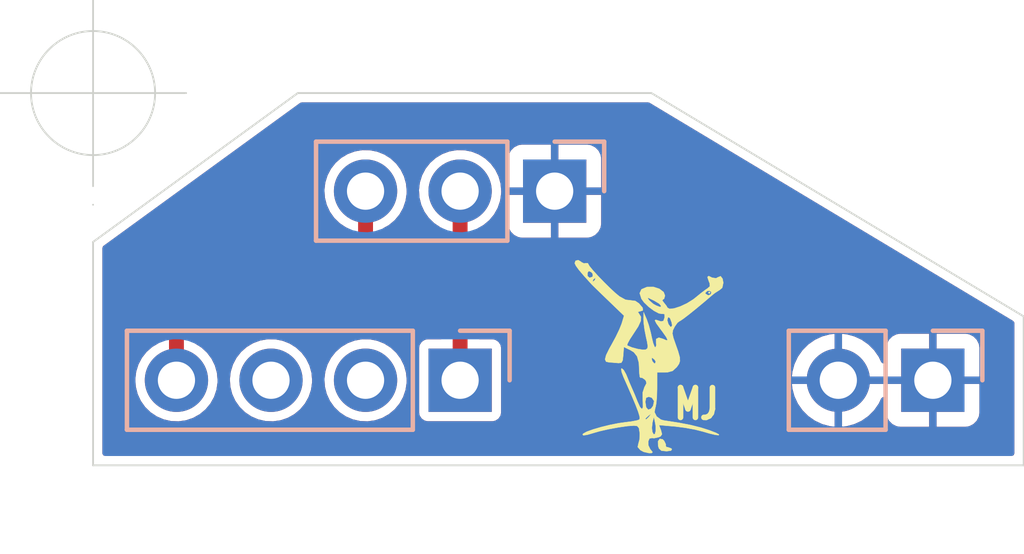
<source format=kicad_pcb>
(kicad_pcb (version 20240108) (generator "pcbnew") (generator_version "8.0")
  (title_block (title "87DC3_201 Bridge board") (date "2020-11-28") (rev "r0.1") (company "MaJo SS2k"))
  (layers (0 "F.Cu" signal) (31 "B.Cu" signal) (34 "B.Paste" user) (35 "F.Paste" user) (36 "B.SilkS" user "B.Silkscreen") (37 "F.SilkS" user "F.Silkscreen") (38 "B.Mask" user) (39 "F.Mask" user) (44 "Edge.Cuts" user))
  (net 0 "")
  (net 1 "Net-(J105-Pad4)")
  (net 2 "Net-(J105-Pad3)")
  (net 3 "Net-(J105-Pad2)")
  (net 4 "Net-(J105-Pad1)")
  (net 5 "/COM_2")
  (footprint "customlib_mj_fp:MJ_Mini" (layer "F.Cu") (at 139.94 57.08)
    (property "Reference" "Logo102" (hide yes))
    (property "Value" "Logo_MJ" (hide yes))
    (fp_poly (pts (xy 1.640417 -1.719791) (xy 1.613958 -1.693333) (xy 1.5875 -1.719791) (xy 1.613958 -1.74625) (xy 1.640417 -1.719791)) (stroke (width 0.01)) (fill solid) (layer "F.SilkS"))
    (fp_poly (pts (xy 0.358228 2.220801) (xy 0.402366 2.265417) (xy 0.444403 2.354216) (xy 0.441976 2.393896) (xy 0.460843 2.428988) (xy 0.496462 2.434167) (xy 0.587889 2.465216) (xy 0.608542 2.487084) (xy 0.586529 2.52339) (xy 0.479694 2.539716) (xy 0.458651 2.54) (xy 0.328396 2.526102) (xy 0.26411 2.468059) (xy 0.240793 2.399499) (xy 0.236977 2.27601) (xy 0.283692 2.210161) (xy 0.358228 2.220801)) (stroke (width 0.01)) (fill solid) (layer "F.SilkS"))
    (fp_poly (pts (xy -1.83067 -2.546882) (xy -1.823396 -2.536392) (xy -1.751111 -2.501575) (xy -1.714439 -2.508273) (xy -1.64951 -2.509288) (xy -1.640417 -2.490828) (xy -1.604809 -2.429501) (xy -1.510248 -2.315046) (xy -1.375125 -2.166573) (xy -1.21783 -2.003193) (xy -1.056756 -1.844017) (xy -0.910293 -1.708154) (xy -0.798289 -1.615773) (xy -0.635344 -1.526221) (xy -0.506729 -1.511844) (xy -0.373131 -1.494547) (xy -0.277295 -1.429235) (xy -0.179281 -1.315111) (xy -0.170274 -1.242174) (xy -0.248709 -1.217083) (xy -0.307083 -1.202755) (xy -0.275167 -1.153583) (xy -0.222147 -1.067715) (xy -0.22762 -0.959045) (xy -0.296587 -0.809186) (xy -0.420658 -0.618784) (xy -0.519413 -0.468021) (xy -0.581294 -0.353961) (xy -0.593605 -0.300175) (xy -0.592637 -0.29946) (xy -0.465307 -0.246387) (xy -0.30772 -0.203938) (xy -0.165569 -0.182373) (xy -0.093042 -0.187286) (xy -0.049543 -0.216842) (xy -0.037122 -0.277659) (xy -0.054982 -0.396234) (xy -0.083081 -0.519454) (xy -0.12336 -0.722511) (xy -0.14832 -0.915448) (xy -0.152549 -1.005416) (xy -0.150117 -1.190625) (xy -0.069444 -1.005416) (xy -0.013171 -0.844983) (xy 0.041985 -0.638517) (xy 0.067429 -0.518314) (xy 0.104437 -0.362157) (xy 0.143294 -0.264081) (xy 0.1698 -0.244955) (xy 0.194466 -0.311852) (xy 0.185208 -0.370416) (xy 0.185942 -0.472187) (xy 0.258003 -0.509003) (xy 0.373855 -0.47441) (xy 0.465719 -0.433668) (xy 0.494688 -0.447725) (xy 0.458802 -0.524072) (xy 0.3561 -0.6702) (xy 0.304819 -0.738151) (xy 0.194403 -0.89134) (xy 0.152737 -0.972712) (xy 0.17695 -0.988365) (xy 0.188929 -0.984348) (xy 0.318807 -0.942952) (xy 0.383347 -0.958472) (xy 0.388272 -0.9727) (xy 0.485436 -0.9727) (xy 0.51489 -0.873538) (xy 0.56622 -0.802192) (xy 0.589215 -0.79375) (xy 0.617472 -0.835927) (xy 0.605534 -0.912812) (xy 0.561731 -1.03068) (xy 0.523848 -1.061414) (xy 0.497877 -1.044682) (xy 0.485436 -0.9727) (xy 0.388272 -0.9727) (xy 0.411463 -1.039688) (xy 0.413504 -1.052552) (xy 0.412119 -1.14289) (xy 0.360236 -1.151155) (xy 0.353981 -1.148877) (xy 0.26232 -1.161285) (xy 0.129761 -1.231424) (xy -0.014184 -1.33801) (xy -0.140003 -1.45976) (xy -0.207993 -1.554177) (xy -0.21195 -1.566829) (xy -0.039739 -1.566829) (xy -0.001837 -1.510811) (xy 0.110327 -1.413494) (xy 0.183371 -1.373268) (xy 0.280838 -1.334995) (xy 0.314073 -1.333512) (xy 0.3175 -1.3673) (xy 0.3175 -1.367339) (xy 0.269453 -1.423277) (xy 0.134018 -1.504439) (xy -0.026458 -1.581178) (xy -0.039739 -1.566829) (xy -0.21195 -1.566829) (xy -0.254888 -1.704116) (xy -0.207216 -1.807472) (xy -0.06288 -1.868548) (xy -0.053725 -1.870442) (xy 0.115312 -1.871802) (xy 0.272819 -1.820879) (xy 0.386127 -1.733519) (xy 0.423333 -1.639058) (xy 0.399334 -1.553837) (xy 0.366637 -1.534583) (xy 0.351877 -1.505157) (xy 0.38837 -1.456153) (xy 0.463471 -1.3619) (xy 0.48798 -1.314184) (xy 0.548601 -1.28068) (xy 0.673511 -1.295086) (xy 0.837707 -1.348499) (xy 1.016189 -1.432013) (xy 1.183954 -1.536727) (xy 1.243109 -1.583104) (xy 1.387645 -1.701004) (xy 1.406206 -1.715003) (xy 1.507236 -1.715003) (xy 1.511552 -1.687788) (xy 1.58762 -1.641939) (xy 1.656617 -1.674256) (xy 1.672691 -1.73564) (xy 1.618778 -1.771825) (xy 1.559651 -1.764852) (xy 1.507236 -1.715003) (xy 1.406206 -1.715003) (xy 1.513757 -1.796116) (xy 1.565813 -1.830738) (xy 1.630834 -1.886723) (xy 1.627348 -1.964728) (xy 1.600826 -2.029175) (xy 1.565482 -2.137393) (xy 1.597621 -2.1646) (xy 1.691558 -2.118883) (xy 1.798313 -2.104018) (xy 1.838358 -2.127234) (xy 1.918262 -2.158851) (xy 1.969098 -2.092827) (xy 1.989507 -1.984393) (xy 1.961863 -1.850883) (xy 1.897391 -1.795095) (xy 1.766842 -1.711606) (xy 1.702557 -1.661414) (xy 1.475292 -1.467237) (xy 1.259197 -1.287804) (xy 1.069595 -1.135324) (xy 0.921811 -1.022007) (xy 0.83117 -0.960065) (xy 0.812427 -0.952165) (xy 0.758003 -0.910526) (xy 0.686552 -0.809718) (xy 0.680715 -0.79963) (xy 0.634125 -0.704891) (xy 0.622818 -0.619381) (xy 0.648245 -0.504952) (xy 0.697297 -0.363402) (xy 0.776162 -0.139066) (xy 0.818214 0.012032) (xy 0.825171 0.115225) (xy 0.79875 0.195848) (xy 0.740858 0.278992) (xy 0.630334 0.382277) (xy 0.489959 0.420838) (xy 0.419492 0.423334) (xy 0.211667 0.423334) (xy 0.210856 0.859896) (xy 0.205008 1.071989) (xy 0.190196 1.247824) (xy 0.169289 1.356816) (xy 0.162881 1.37096) (xy 0.141066 1.489979) (xy 0.199314 1.608218) (xy 0.316488 1.693923) (xy 0.391739 1.714819) (xy 0.792566 1.776713) (xy 1.116029 1.839129) (xy 1.390449 1.908196) (xy 1.613958 1.979379) (xy 1.791406 2.047502) (xy 1.872896 2.091539) (xy 1.865888 2.10987) (xy 1.777847 2.100874) (xy 1.616235 2.062929) (xy 1.451663 2.014632) (xy 1.234173 1.959533) (xy 0.967157 1.910224) (xy 0.706824 1.877016) (xy 0.696268 1.876074) (xy 0.261919 1.838185) (xy 0.315588 1.979346) (xy 0.342761 2.085561) (xy 0.303885 2.141095) (xy 0.250774 2.16455) (xy 0.133433 2.190268) (xy 0.070926 2.185262) (xy 0.004822 2.19927) (xy -0.027892 2.278623) (xy -0.022304 2.386736) (xy 0.0265 2.487024) (xy 0.02989 2.490876) (xy 0.089738 2.565296) (xy 0.067215 2.589725) (xy -0.005028 2.591234) (xy -0.150117 2.557627) (xy -0.236805 2.510546) (xy -0.30785 2.427605) (xy -0.289722 2.34025) (xy -0.259461 2.228018) (xy -0.253055 2.07289) (xy -0.254549 2.050521) (xy -0.274834 1.919178) (xy -0.279364 1.91378) (xy 0.070184 1.91378) (xy 0.083539 2.023953) (xy 0.121357 2.0928) (xy 0.154656 2.077411) (xy 0.175698 1.999333) (xy 0.176746 1.880115) (xy 0.164627 1.798125) (xy 0.12597 1.613959) (xy 0.087306 1.763979) (xy 0.070184 1.91378) (xy -0.279364 1.91378) (xy -0.321821 1.863194) (xy -0.408964 1.852084) (xy -0.585249 1.864991) (xy -0.823243 1.898894) (xy -1.082654 1.946565) (xy -1.323191 2.000777) (xy -1.470287 2.042462) (xy -1.664498 2.099234) (xy -1.771499 2.114561) (xy -1.787125 2.088079) (xy -1.770063 2.0687) (xy -1.676983 2.017635) (xy -1.507529 1.956487) (xy -1.289664 1.89289) (xy -1.051354 1.834475) (xy -0.820564 1.788875) (xy -0.665686 1.767308) (xy -0.480596 1.743736) (xy -0.33525 1.716841) (xy -0.268022 1.695458) (xy -0.257108 1.673355) (xy -0.105833 1.673355) (xy -0.080093 1.689194) (xy -0.009747 1.621217) (xy 0.00675 1.600729) (xy 0.052515 1.53805) (xy 0.025112 1.55119) (xy -0.013229 1.58075) (xy -0.086517 1.646028) (xy -0.105833 1.673355) (xy -0.257108 1.673355) (xy -0.252318 1.663657) (xy -0.260622 1.593858) (xy -0.296818 1.475498) (xy -0.36479 1.298015) (xy -0.468423 1.050846) (xy -0.611601 0.723428) (xy -0.692063 0.542396) (xy -0.741163 0.409015) (xy -0.750056 0.329032) (xy -0.737446 0.3175) (xy -0.685396 0.362114) (xy -0.622838 0.473383) (xy -0.604916 0.515938) (xy -0.532956 0.692663) (xy -0.460947 0.859022) (xy -0.454527 0.873125) (xy -0.381266 1.042401) (xy -0.316271 1.20499) (xy -0.246237 1.358359) (xy -0.194544 1.41032) (xy -0.167026 1.36154) (xy -0.16949 1.214144) (xy -0.105833 1.214144) (xy -0.083335 1.363003) (xy -0.026214 1.427689) (xy 0.049971 1.400269) (xy 0.106208 1.322216) (xy 0.132555 1.193597) (xy 0.071601 1.103324) (xy -0.013229 1.077442) (xy -0.084335 1.103881) (xy -0.105826 1.211057) (xy -0.105833 1.214144) (xy -0.16949 1.214144) (xy -0.169515 1.212685) (xy -0.172066 1.188501) (xy -0.175881 0.969575) (xy -0.126166 0.818486) (xy -0.121752 0.811549) (xy -0.071225 0.714743) (xy -0.088439 0.648437) (xy -0.120819 0.612455) (xy -0.196675 0.562991) (xy -0.231826 0.566964) (xy -0.253058 0.543213) (xy -0.264128 0.443011) (xy -0.264583 0.412309) (xy -0.277843 0.162613) (xy -0.305439 0.061037) (xy 0.064042 0.061037) (xy 0.083674 0.124414) (xy 0.133212 0.183945) (xy 0.163768 0.182107) (xy 0.173527 0.126476) (xy 0.144994 0.081915) (xy 0.07735 0.02628) (xy 0.064042 0.061037) (xy -0.305439 0.061037) (xy -0.323855 -0.006745) (xy -0.411971 -0.118641) (xy -0.504921 -0.175606) (xy -0.682052 -0.260074) (xy -0.698214 -0.037433) (xy -0.714724 0.102416) (xy -0.7498 0.163504) (xy -0.822757 0.1729) (xy -0.846667 0.170624) (xy -0.988433 0.158207) (xy -1.070521 0.154028) (xy -1.156754 0.134999) (xy -1.185831 0.074396) (xy -1.156139 -0.04059) (xy -1.066069 -0.222766) (xy -1.010814 -0.320722) (xy -0.899098 -0.526885) (xy -0.802604 -0.726952) (xy -0.740259 -0.881361) (xy -0.735823 -0.89544) (xy -0.67485 -1.098948) (xy -1.091488 -1.500202) (xy -1.264422 -1.667158) (xy -1.409774 -1.808245) (xy -1.510135 -1.906517) (xy -1.546325 -1.942916) (xy -1.610926 -2.014279) (xy -1.521609 -2.014279) (xy -1.514371 -2.010833) (xy -1.46608 -2.048085) (xy -1.455208 -2.06375) (xy -1.441724 -2.113221) (xy -1.448963 -2.116666) (xy -1.497253 -2.079414) (xy -1.508125 -2.06375) (xy -1.521609 -2.014279) (xy -1.610926 -2.014279) (xy -1.745931 -2.163414) (xy -1.657784 -2.163414) (xy -1.603474 -2.116338) (xy -1.532027 -2.138243) (xy -1.511831 -2.163587) (xy -1.521461 -2.231755) (xy -1.555445 -2.270771) (xy -1.623161 -2.300953) (xy -1.657049 -2.255482) (xy -1.657784 -2.163414) (xy -1.745931 -2.163414) (xy -1.7508 -2.168792) (xy -1.888716 -2.331297) (xy -1.968845 -2.441397) (xy -1.999924 -2.509866) (xy -1.97644 -2.575839) (xy -1.904207 -2.590555) (xy -1.83067 -2.546882)) (stroke (width 0.01)) (fill solid) (layer "F.SilkS"))
  )
  (footprint "Connector_PinSocket_2.54mm:PinSocket_1x02_P2.54mm_Vertical" (layer "B.Cu") (at 147.56 57.715 90)
    (property "Reference" "J104" (hide yes))
    (property "Value" "Conn_01x02")
    (fp_line (start -1.33 -3.87) (end 1.33 -3.87) (stroke (width 0.12)) (layer "B.SilkS"))
    (fp_line (start 1.33 -1.27) (end 1.33 -3.87) (stroke (width 0.12)) (layer "B.SilkS"))
    (fp_line (start -1.33 -1.27) (end -1.33 -3.87) (stroke (width 0.12)) (layer "B.SilkS"))
    (fp_line (start -1.33 -1.27) (end 1.33 -1.27) (stroke (width 0.12)) (layer "B.SilkS"))
    (fp_line (start 1.33 1.33) (end 1.33 0) (stroke (width 0.12)) (layer "B.SilkS"))
    (fp_line (start 0 1.33) (end 1.33 1.33) (stroke (width 0.12)) (layer "B.SilkS"))
    (pad "1" thru_hole rect (at 0 0 90) (size 1.7 1.7) (drill 1) (layers "*.Cu" "*.Mask") (net 5 "/COM_2"))
    (pad "2" thru_hole oval (at 0 -2.54 90) (size 1.7 1.7) (drill 1) (layers "*.Cu" "*.Mask") (net 5 "/COM_2"))
  )
  (footprint "Connector_PinSocket_2.54mm:PinSocket_1x04_P2.54mm_Vertical" (layer "B.Cu") (at 134.86 57.715 90)
    (property "Reference" "J105" (hide yes))
    (property "Value" "Conn_01x04")
    (fp_line (start -1.33 -8.95) (end 1.33 -8.95) (stroke (width 0.12)) (layer "B.SilkS"))
    (fp_line (start 1.33 -1.27) (end 1.33 -8.95) (stroke (width 0.12)) (layer "B.SilkS"))
    (fp_line (start -1.33 -1.27) (end -1.33 -8.95) (stroke (width 0.12)) (layer "B.SilkS"))
    (fp_line (start -1.33 -1.27) (end 1.33 -1.27) (stroke (width 0.12)) (layer "B.SilkS"))
    (fp_line (start 1.33 1.33) (end 1.33 0) (stroke (width 0.12)) (layer "B.SilkS"))
    (fp_line (start 0 1.33) (end 1.33 1.33) (stroke (width 0.12)) (layer "B.SilkS"))
    (pad "1" thru_hole rect (at 0 0 90) (size 1.7 1.7) (drill 1) (layers "*.Cu" "*.Mask") (net 4 "Net-(J105-Pad1)"))
    (pad "2" thru_hole oval (at 0 -2.54 90) (size 1.7 1.7) (drill 1) (layers "*.Cu" "*.Mask") (net 3 "Net-(J105-Pad2)"))
    (pad "3" thru_hole oval (at 0 -5.08 90) (size 1.7 1.7) (drill 1) (layers "*.Cu" "*.Mask") (net 2 "Net-(J105-Pad3)"))
    (pad "4" thru_hole oval (at 0 -7.62 90) (size 1.7 1.7) (drill 1) (layers "*.Cu" "*.Mask") (net 1 "Net-(J105-Pad4)"))
  )
  (footprint "Connector_PinSocket_2.54mm:PinSocket_1x03_P2.54mm_Vertical" (layer "B.Cu") (at 137.4 52.635 90)
    (property "Reference" "J106" (hide yes))
    (property "Value" "Conn_01x03")
    (fp_line (start -1.33 -6.41) (end 1.33 -6.41) (stroke (width 0.12)) (layer "B.SilkS"))
    (fp_line (start 1.33 -1.27) (end 1.33 -6.41) (stroke (width 0.12)) (layer "B.SilkS"))
    (fp_line (start -1.33 -1.27) (end -1.33 -6.41) (stroke (width 0.12)) (layer "B.SilkS"))
    (fp_line (start -1.33 -1.27) (end 1.33 -1.27) (stroke (width 0.12)) (layer "B.SilkS"))
    (fp_line (start 1.33 1.33) (end 1.33 0) (stroke (width 0.12)) (layer "B.SilkS"))
    (fp_line (start 0 1.33) (end 1.33 1.33) (stroke (width 0.12)) (layer "B.SilkS"))
    (pad "1" thru_hole rect (at 0 0 90) (size 1.7 1.7) (drill 1) (layers "*.Cu" "*.Mask") (net 5 "/COM_2"))
    (pad "2" thru_hole oval (at 0 -2.54 90) (size 1.7 1.7) (drill 1) (layers "*.Cu" "*.Mask") (net 4 "Net-(J105-Pad1)"))
    (pad "3" thru_hole oval (at 0 -5.08 90) (size 1.7 1.7) (drill 1) (layers "*.Cu" "*.Mask") (net 1 "Net-(J105-Pad4)"))
  )
  (gr_line (start 130.5 50) (end 140 50) (stroke (width 0.05)) (layer "Edge.Cuts"))
  (gr_line (start 125 54) (end 130.5 50) (stroke (width 0.05)) (layer "Edge.Cuts"))
  (gr_line (start 150 56) (end 140 50) (stroke (width 0.05)) (layer "Edge.Cuts"))
  (gr_line (start 125 60) (end 125 54) (stroke (width 0.05)) (layer "Edge.Cuts"))
  (gr_line (start 150 60) (end 150 56) (stroke (width 0.05)) (layer "Edge.Cuts"))
  (gr_line (start 125 53) (end 125 53) (stroke (width 0.05)) (layer "Edge.Cuts"))
  (gr_line (start 150 60) (end 125 60) (stroke (width 0.05)) (layer "Edge.Cuts"))
  (gr_text "MJ" (at 141.21 58.35 0) (layer "F.SilkS") (effects (font (size 0.8 0.6))))
  (target plus (at 125 50) (size 5) (width 0.05) (layer "Edge.Cuts"))
  (segment (start 132.32 54.51) (end 131.75 55.08) (width 0.4) (layer "F.Cu") (net 1))
  (segment (start 127.94 55.08) (end 127.24 55.78) (width 0.4) (layer "F.Cu") (net 1))
  (segment (start 132.32 52.635) (end 132.32 54.51) (width 0.4) (layer "F.Cu") (net 1))
  (segment (start 131.75 55.08) (end 127.94 55.08) (width 0.4) (layer "F.Cu") (net 1))
  (segment (start 127.24 55.78) (end 127.24 57.715) (width 0.4) (layer "F.Cu") (net 1))
  (segment (start 134.86 52.635) (end 134.86 57.715) (width 0.4) (layer "F.Cu") (net 4))
  (zone (net 5) (net_name "/COM_2") (layer "F.Cu") (priority 2) (connect_pads (clearance 0.25)) (min_thickness 0.15) (fill yes (thermal_gap 0.4) (thermal_bridge_width 0.2))
    (polygon (pts (xy 150 60) (xy 125 60) (xy 125 50) (xy 150 50)))
  )
  (zone (net 5) (net_name "/COM_2") (layer "B.Cu") (priority 2) (connect_pads (clearance 0.25)) (min_thickness 0.15) (fill yes (thermal_gap 0.4) (thermal_bridge_width 0.2))
    (polygon (pts (xy 150 60) (xy 125 60) (xy 125 50) (xy 150 50)))
  )
)
</source>
